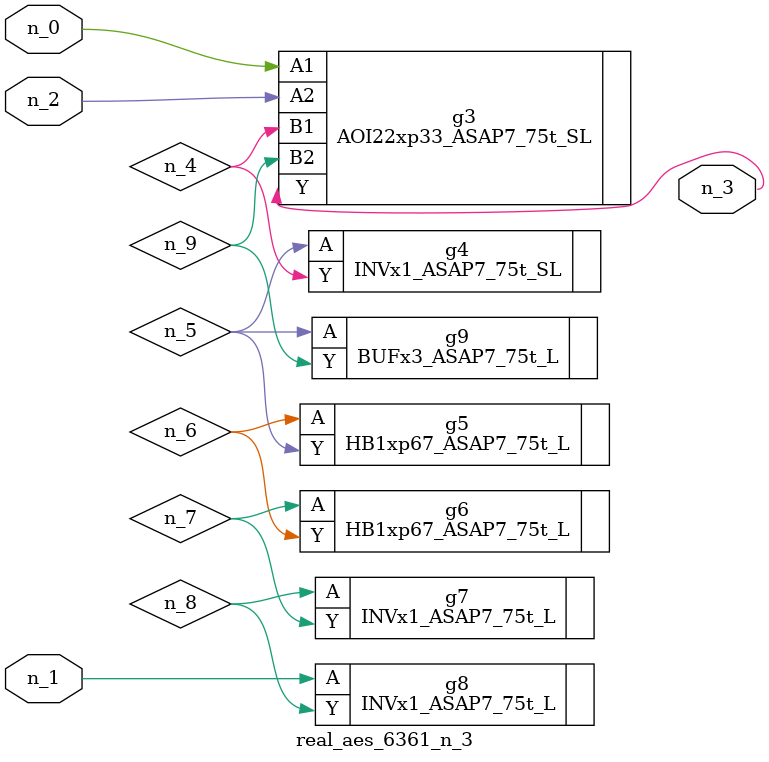
<source format=v>
module real_aes_6361_n_3 (n_0, n_2, n_1, n_3);
input n_0;
input n_2;
input n_1;
output n_3;
wire n_4;
wire n_5;
wire n_7;
wire n_9;
wire n_6;
wire n_8;
AOI22xp33_ASAP7_75t_SL g3 ( .A1(n_0), .A2(n_2), .B1(n_4), .B2(n_9), .Y(n_3) );
INVx1_ASAP7_75t_L g8 ( .A(n_1), .Y(n_8) );
INVx1_ASAP7_75t_SL g4 ( .A(n_5), .Y(n_4) );
BUFx3_ASAP7_75t_L g9 ( .A(n_5), .Y(n_9) );
HB1xp67_ASAP7_75t_L g5 ( .A(n_6), .Y(n_5) );
HB1xp67_ASAP7_75t_L g6 ( .A(n_7), .Y(n_6) );
INVx1_ASAP7_75t_L g7 ( .A(n_8), .Y(n_7) );
endmodule
</source>
